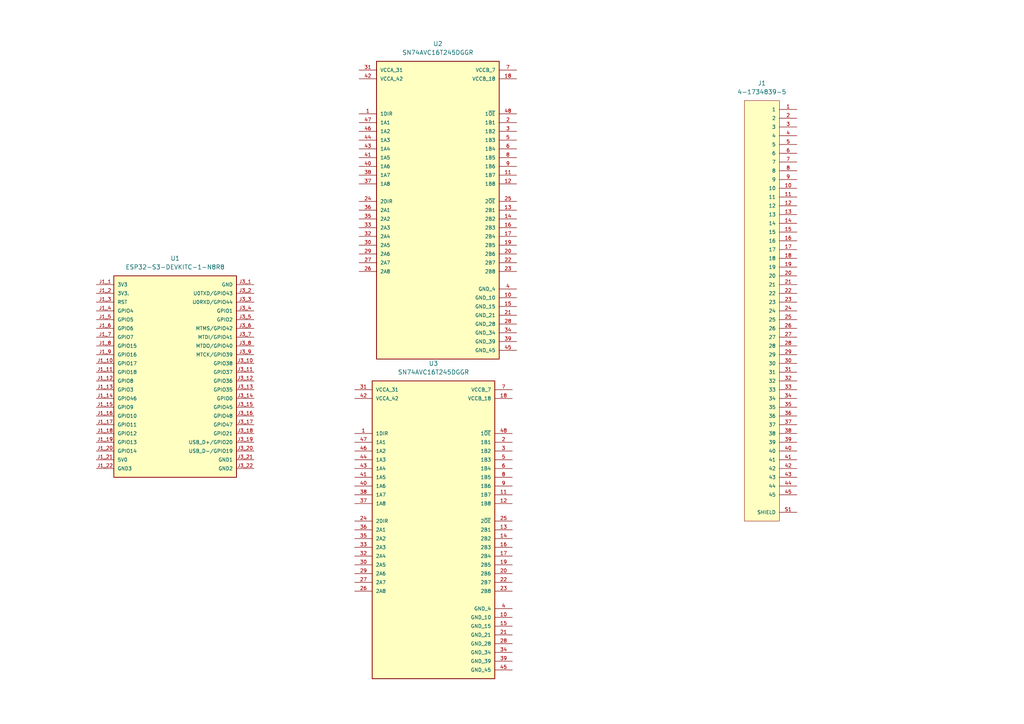
<source format=kicad_sch>
(kicad_sch (version 20250114) (generator "eeschema") (generator_version "9.0")
  (paper "A4")
  (lib_symbols
    (symbol "ESP32-S3-DEVKITC-1-N8R8:ESP32-S3-DEVKITC-1-N8R8" (pin_names (offset 1.016))
      (property "Reference" "U" (at -17.78 35.56 0))
      (property "Value" "ESP32-S3-DEVKITC-1-N8R8" (at -17.78 -27.94 0))
      (symbol "ESP32-S3-DEVKITC-1-N8R8_0_0"
        (rectangle (start -17.78 -25.4) (end 17.78 33.02) (stroke (width 0.254)) (fill (type background)))
        (pin power_in line (at -22.86 30.48 0) (length 5.08) (name "3V3") (number "J1_1"))
        (pin power_in line (at -22.86 27.94 0) (length 5.08) (name "3V3.") (number "J1_2"))
        (pin input line (at -22.86 25.4 0) (length 5.08) (name "RST") (number "J1_3"))
        (pin bidirectional line (at -22.86 22.86 0) (length 5.08) (name "GPIO4") (number "J1_4"))
        (pin bidirectional line (at -22.86 20.32 0) (length 5.08) (name "GPIO5") (number "J1_5"))
        (pin bidirectional line (at -22.86 17.78 0) (length 5.08) (name "GPIO6") (number "J1_6"))
        (pin bidirectional line (at -22.86 15.24 0) (length 5.08) (name "GPIO7") (number "J1_7"))
        (pin bidirectional line (at -22.86 12.7 0) (length 5.08) (name "GPIO15") (number "J1_8"))
        (pin bidirectional line (at -22.86 10.16 0) (length 5.08) (name "GPIO16") (number "J1_9"))
        (pin bidirectional line (at -22.86 7.62 0) (length 5.08) (name "GPIO17") (number "J1_10"))
        (pin bidirectional line (at -22.86 5.08 0) (length 5.08) (name "GPIO18") (number "J1_11"))
        (pin bidirectional line (at -22.86 2.54 0) (length 5.08) (name "GPIO8") (number "J1_12"))
        (pin bidirectional line (at -22.86 0 0) (length 5.08) (name "GPIO3") (number "J1_13"))
        (pin bidirectional line (at -22.86 -2.54 0) (length 5.08) (name "GPIO46") (number "J1_14"))
        (pin bidirectional line (at -22.86 -5.08 0) (length 5.08) (name "GPIO9") (number "J1_15"))
        (pin bidirectional line (at -22.86 -7.62 0) (length 5.08) (name "GPIO10") (number "J1_16"))
        (pin bidirectional line (at -22.86 -10.16 0) (length 5.08) (name "GPIO11") (number "J1_17"))
        (pin bidirectional line (at -22.86 -12.7 0) (length 5.08) (name "GPIO12") (number "J1_18"))
        (pin bidirectional line (at -22.86 -15.24 0) (length 5.08) (name "GPIO13") (number "J1_19"))
        (pin bidirectional line (at -22.86 -17.78 0) (length 5.08) (name "GPIO14") (number "J1_20"))
        (pin power_in line (at -22.86 -20.32 0) (length 5.08) (name "5V0") (number "J1_21"))
        (pin power_in line (at -22.86 -22.86 0) (length 5.08) (name "GND3") (number "J1_22"))
        (pin power_in line (at 22.86 30.48 180) (length 5.08) (name "GND") (number "J3_1"))
        (pin bidirectional line (at 22.86 27.94 180) (length 5.08) (name "U0TXD/GPIO43") (number "J3_2"))
        (pin bidirectional line (at 22.86 25.4 180) (length 5.08) (name "U0RXD/GPIO44") (number "J3_3"))
        (pin bidirectional line (at 22.86 22.86 180) (length 5.08) (name "GPIO1") (number "J3_4"))
        (pin bidirectional line (at 22.86 20.32 180) (length 5.08) (name "GPIO2") (number "J3_5"))
        (pin bidirectional line (at 22.86 17.78 180) (length 5.08) (name "MTMS/GPIO42") (number "J3_6"))
        (pin bidirectional line (at 22.86 15.24 180) (length 5.08) (name "MTDI/GPIO41") (number "J3_7"))
        (pin bidirectional line (at 22.86 12.7 180) (length 5.08) (name "MTDO/GPIO40") (number "J3_8"))
        (pin bidirectional line (at 22.86 10.16 180) (length 5.08) (name "MTCK/GPIO39") (number "J3_9"))
        (pin bidirectional line (at 22.86 7.62 180) (length 5.08) (name "GPIO38") (number "J3_10"))
        (pin bidirectional line (at 22.86 5.08 180) (length 5.08) (name "GPIO37") (number "J3_11"))
        (pin bidirectional line (at 22.86 2.54 180) (length 5.08) (name "GPIO36") (number "J3_12"))
        (pin bidirectional line (at 22.86 0 180) (length 5.08) (name "GPIO35") (number "J3_13"))
        (pin bidirectional line (at 22.86 -2.54 180) (length 5.08) (name "GPIO0") (number "J3_14"))
        (pin bidirectional line (at 22.86 -5.08 180) (length 5.08) (name "GPIO45") (number "J3_15"))
        (pin bidirectional line (at 22.86 -7.62 180) (length 5.08) (name "GPIO48") (number "J3_16"))
        (pin bidirectional line (at 22.86 -10.16 180) (length 5.08) (name "GPIO47") (number "J3_17"))
        (pin bidirectional line (at 22.86 -12.7 180) (length 5.08) (name "GPIO21") (number "J3_18"))
        (pin bidirectional line (at 22.86 -15.24 180) (length 5.08) (name "USB_D+/GPIO20") (number "J3_19"))
        (pin bidirectional line (at 22.86 -17.78 180) (length 5.08) (name "USB_D-/GPIO19") (number "J3_20"))
        (pin power_in line (at 22.86 -20.32 180) (length 5.08) (name "GND1") (number "J3_21"))
        (pin power_in line (at 22.86 -22.86 180) (length 5.08) (name "GND2") (number "J3_22"))
      )
    )
    (symbol "FPC-CON-45PIN-0.5MM:4-1734839-5" (pin_names (offset 1.016))
      (property "Reference" "J" (at -5.0888 59.0256 0))
      (property "Value" "4-1734839-5" (at -5.3569 -66.0466 0))
      (symbol "4-1734839-5_0_0"
        (rectangle (start -5.08 -63.5) (end 5.08 58.42) (stroke (width 0.127)) (fill (type background)))
        (pin passive line (at 10.16 55.88 180) (length 5.08) (name "1") (number "1"))
        (pin passive line (at 10.16 53.34 180) (length 5.08) (name "2") (number "2"))
        (pin passive line (at 10.16 50.8 180) (length 5.08) (name "3") (number "3"))
        (pin passive line (at 10.16 48.26 180) (length 5.08) (name "4") (number "4"))
        (pin passive line (at 10.16 45.72 180) (length 5.08) (name "5") (number "5"))
        (pin passive line (at 10.16 43.18 180) (length 5.08) (name "6") (number "6"))
        (pin passive line (at 10.16 40.64 180) (length 5.08) (name "7") (number "7"))
        (pin passive line (at 10.16 38.1 180) (length 5.08) (name "8") (number "8"))
        (pin passive line (at 10.16 35.56 180) (length 5.08) (name "9") (number "9"))
        (pin passive line (at 10.16 33.02 180) (length 5.08) (name "10") (number "10"))
        (pin passive line (at 10.16 30.48 180) (length 5.08) (name "11") (number "11"))
        (pin passive line (at 10.16 27.94 180) (length 5.08) (name "12") (number "12"))
        (pin passive line (at 10.16 25.4 180) (length 5.08) (name "13") (number "13"))
        (pin passive line (at 10.16 22.86 180) (length 5.08) (name "14") (number "14"))
        (pin passive line (at 10.16 20.32 180) (length 5.08) (name "15") (number "15"))
        (pin passive line (at 10.16 17.78 180) (length 5.08) (name "16") (number "16"))
        (pin passive line (at 10.16 15.24 180) (length 5.08) (name "17") (number "17"))
        (pin passive line (at 10.16 12.7 180) (length 5.08) (name "18") (number "18"))
        (pin passive line (at 10.16 10.16 180) (length 5.08) (name "19") (number "19"))
        (pin passive line (at 10.16 7.62 180) (length 5.08) (name "20") (number "20"))
        (pin passive line (at 10.16 5.08 180) (length 5.08) (name "21") (number "21"))
        (pin passive line (at 10.16 2.54 180) (length 5.08) (name "22") (number "22"))
        (pin passive line (at 10.16 0 180) (length 5.08) (name "23") (number "23"))
        (pin passive line (at 10.16 -2.54 180) (length 5.08) (name "24") (number "24"))
        (pin passive line (at 10.16 -5.08 180) (length 5.08) (name "25") (number "25"))
        (pin passive line (at 10.16 -7.62 180) (length 5.08) (name "26") (number "26"))
        (pin passive line (at 10.16 -10.16 180) (length 5.08) (name "27") (number "27"))
        (pin passive line (at 10.16 -12.7 180) (length 5.08) (name "28") (number "28"))
        (pin passive line (at 10.16 -15.24 180) (length 5.08) (name "29") (number "29"))
        (pin passive line (at 10.16 -17.78 180) (length 5.08) (name "30") (number "30"))
        (pin passive line (at 10.16 -20.32 180) (length 5.08) (name "31") (number "31"))
        (pin passive line (at 10.16 -22.86 180) (length 5.08) (name "32") (number "32"))
        (pin passive line (at 10.16 -25.4 180) (length 5.08) (name "33") (number "33"))
        (pin passive line (at 10.16 -27.94 180) (length 5.08) (name "34") (number "34"))
        (pin passive line (at 10.16 -30.48 180) (length 5.08) (name "35") (number "35"))
        (pin passive line (at 10.16 -33.02 180) (length 5.08) (name "36") (number "36"))
        (pin passive line (at 10.16 -35.56 180) (length 5.08) (name "37") (number "37"))
        (pin passive line (at 10.16 -38.1 180) (length 5.08) (name "38") (number "38"))
        (pin passive line (at 10.16 -40.64 180) (length 5.08) (name "39") (number "39"))
        (pin passive line (at 10.16 -43.18 180) (length 5.08) (name "40") (number "40"))
        (pin passive line (at 10.16 -45.72 180) (length 5.08) (name "41") (number "41"))
        (pin passive line (at 10.16 -48.26 180) (length 5.08) (name "42") (number "42"))
        (pin passive line (at 10.16 -50.8 180) (length 5.08) (name "43") (number "43"))
        (pin passive line (at 10.16 -53.34 180) (length 5.08) (name "44") (number "44"))
        (pin passive line (at 10.16 -55.88 180) (length 5.08) (name "45") (number "45"))
        (pin passive line (at 10.16 -60.96 180) (length 5.08) (name "SHIELD") (number "S1"))
        (pin passive line (at 10.16 -60.96 180) (length 5.08) (hide yes) (name "SHIELD") (number "S2"))
      )
    )
    (symbol "SN74AVC16T245DGGR:SN74AVC16T245DGGR" (pin_names (offset 1.016))
      (property "Reference" "U" (at -17.78 44.45 0))
      (property "Value" "SN74AVC16T245DGGR" (at -17.78 -44.45 0))
      (symbol "SN74AVC16T245DGGR_0_0"
        (rectangle (start -17.78 -43.18) (end 17.78 43.18) (stroke (width 0.254)) (fill (type background)))
        (pin power_in line (at -22.86 40.64 0) (length 5.08) (name "VCCA_31") (number "31"))
        (pin power_in line (at -22.86 38.1 0) (length 5.08) (name "VCCA_42") (number "42"))
        (pin input line (at -22.86 27.94 0) (length 5.08) (name "1DIR") (number "1"))
        (pin bidirectional line (at -22.86 25.4 0) (length 5.08) (name "1A1") (number "47"))
        (pin bidirectional line (at -22.86 22.86 0) (length 5.08) (name "1A2") (number "46"))
        (pin bidirectional line (at -22.86 20.32 0) (length 5.08) (name "1A3") (number "44"))
        (pin bidirectional line (at -22.86 17.78 0) (length 5.08) (name "1A4") (number "43"))
        (pin bidirectional line (at -22.86 15.24 0) (length 5.08) (name "1A5") (number "41"))
        (pin bidirectional line (at -22.86 12.7 0) (length 5.08) (name "1A6") (number "40"))
        (pin bidirectional line (at -22.86 10.16 0) (length 5.08) (name "1A7") (number "38"))
        (pin bidirectional line (at -22.86 7.62 0) (length 5.08) (name "1A8") (number "37"))
        (pin input line (at -22.86 2.54 0) (length 5.08) (name "2DIR") (number "24"))
        (pin bidirectional line (at -22.86 0 0) (length 5.08) (name "2A1") (number "36"))
        (pin bidirectional line (at -22.86 -2.54 0) (length 5.08) (name "2A2") (number "35"))
        (pin bidirectional line (at -22.86 -5.08 0) (length 5.08) (name "2A3") (number "33"))
        (pin bidirectional line (at -22.86 -7.62 0) (length 5.08) (name "2A4") (number "32"))
        (pin bidirectional line (at -22.86 -10.16 0) (length 5.08) (name "2A5") (number "30"))
        (pin bidirectional line (at -22.86 -12.7 0) (length 5.08) (name "2A6") (number "29"))
        (pin bidirectional line (at -22.86 -15.24 0) (length 5.08) (name "2A7") (number "27"))
        (pin bidirectional line (at -22.86 -17.78 0) (length 5.08) (name "2A8") (number "26"))
        (pin power_in line (at 22.86 40.64 180) (length 5.08) (name "VCCB_7") (number "7"))
        (pin power_in line (at 22.86 38.1 180) (length 5.08) (name "VCCB_18") (number "18"))
        (pin input line (at 22.86 27.94 180) (length 5.08) (name "1~{OE}") (number "48"))
        (pin bidirectional line (at 22.86 25.4 180) (length 5.08) (name "1B1") (number "2"))
        (pin bidirectional line (at 22.86 22.86 180) (length 5.08) (name "1B2") (number "3"))
        (pin bidirectional line (at 22.86 20.32 180) (length 5.08) (name "1B3") (number "5"))
        (pin bidirectional line (at 22.86 17.78 180) (length 5.08) (name "1B4") (number "6"))
        (pin bidirectional line (at 22.86 15.24 180) (length 5.08) (name "1B5") (number "8"))
        (pin bidirectional line (at 22.86 12.7 180) (length 5.08) (name "1B6") (number "9"))
        (pin bidirectional line (at 22.86 10.16 180) (length 5.08) (name "1B7") (number "11"))
        (pin bidirectional line (at 22.86 7.62 180) (length 5.08) (name "1B8") (number "12"))
        (pin input line (at 22.86 2.54 180) (length 5.08) (name "2~{OE}") (number "25"))
        (pin bidirectional line (at 22.86 0 180) (length 5.08) (name "2B1") (number "13"))
        (pin bidirectional line (at 22.86 -2.54 180) (length 5.08) (name "2B2") (number "14"))
        (pin bidirectional line (at 22.86 -5.08 180) (length 5.08) (name "2B3") (number "16"))
        (pin bidirectional line (at 22.86 -7.62 180) (length 5.08) (name "2B4") (number "17"))
        (pin bidirectional line (at 22.86 -10.16 180) (length 5.08) (name "2B5") (number "19"))
        (pin bidirectional line (at 22.86 -12.7 180) (length 5.08) (name "2B6") (number "20"))
        (pin bidirectional line (at 22.86 -15.24 180) (length 5.08) (name "2B7") (number "22"))
        (pin bidirectional line (at 22.86 -17.78 180) (length 5.08) (name "2B8") (number "23"))
        (pin power_in line (at 22.86 -22.86 180) (length 5.08) (name "GND_4") (number "4"))
        (pin power_in line (at 22.86 -25.4 180) (length 5.08) (name "GND_10") (number "10"))
        (pin power_in line (at 22.86 -27.94 180) (length 5.08) (name "GND_15") (number "15"))
        (pin power_in line (at 22.86 -30.48 180) (length 5.08) (name "GND_21") (number "21"))
        (pin power_in line (at 22.86 -33.02 180) (length 5.08) (name "GND_28") (number "28"))
        (pin power_in line (at 22.86 -35.56 180) (length 5.08) (name "GND_34") (number "34"))
        (pin power_in line (at 22.86 -38.1 180) (length 5.08) (name "GND_39") (number "39"))
        (pin power_in line (at 22.86 -40.64 180) (length 5.08) (name "GND_45") (number "45"))
      )
    )
  )
  (symbol (lib_id "SN74AVC16T245DGGR:SN74AVC16T245DGGR") (at 125.73 153.67 0) (unit 1)
    (property "Reference" "U3" (at 125.73 105.41 0))
    (property "Value" "SN74AVC16T245DGGR" (at 125.73 107.95 0))
    (property "Footprint" "SN74AVC16T245DGGR:SOP50P810X120-48N" (effects (hide yes)))
    (property "DigiKey_Part_Number" "296-18197-1-ND" (effects (hide yes)))
    (property "SnapEDA_Link" "https://www.snapeda.com/parts/SN74AVC16T245DGGR/Texas+Instruments/view-part/?ref=snap" (effects (hide yes)))
    (property "MAXIMUM_PACKAGE_HEIGHT" "1.20 mm" (effects (hide yes)))
    (property "Package" "TSSOP-48 Texas Instruments" (effects (hide yes)))
    (property "Check_prices" "https://www.snapeda.com/parts/SN74AVC16T245DGGR/Texas+Instruments/view-part/?ref=eda" (effects (hide yes)))
    (property "STANDARD" "Manufacturer Recommendations" (effects (hide yes)))
    (property "PARTREV" "E" (effects (hide yes)))
    (property "MF" "Texas Instruments" (effects (hide yes)))
    (property "MP" "SN74AVC16T245DGGR" (effects (hide yes)))
    (property "Description_1" "16-Bit Dual-Supply Bus Transceiver with Configurable Voltage-Level Shifting and 3-State Outputs" (effects (hide yes)))
    (property "MANUFACTURER" "Texas Instruments" (effects (hide yes)))
  )
  (symbol (lib_id "FPC-CON-45PIN-0.5MM:4-1734839-5") (at 220.98 87.63 0) (unit 1)
    (property "Reference" "J1" (at 220.98 24.13 0))
    (property "Value" "4-1734839-5" (at 220.98 26.67 0))
    (property "Footprint" "4-1734839-5:TE_4-1734839-5" (effects (hide yes)))
    (property "Comment" "4-1734839-5" (effects (hide yes)))
    (property "DigiKey_Part_Number" "2266-4-1734839-5TR-ND" (effects (hide yes)))
    (property "MF" "TE Connectivity" (effects (hide yes)))
    (property "Purchase-URL" "https://www.snapeda.com/api/url_track_click_mouser/?unipart_id=2382752&manufacturer=TE Connectivity&part_name=4-1734839-5&search_term=None" (effects (hide yes)))
    (property "Package" "None" (effects (hide yes)))
    (property "Check_prices" "https://www.snapeda.com/parts/4-1734839-5/TE+Connectivity+AMP+Connectors/view-part/?ref=eda" (effects (hide yes)))
    (property "STANDARD" "Manufacturer Recommendations" (effects (hide yes)))
    (property "PARTREV" "C" (effects (hide yes)))
    (property "SnapEDA_Link" "https://www.snapeda.com/parts/4-1734839-5/TE+Connectivity+AMP+Connectors/view-part/?ref=snap" (effects (hide yes)))
    (property "MP" "4-1734839-5" (effects (hide yes)))
    (property "EU_RoHS_Compliance" "Compliant" (effects (hide yes)))
    (property "Description_1" "Conn FPC Connector SKT 45 POS 0.5mm Solder RA SMD T/R" (effects (hide yes)))
    (property "MANUFACTURER" "TE Connectivity" (effects (hide yes)))
  )
  (symbol (lib_id "SN74AVC16T245DGGR:SN74AVC16T245DGGR") (at 127 60.96 0) (unit 1)
    (property "Reference" "U2" (at 127 12.7 0))
    (property "Value" "SN74AVC16T245DGGR" (at 127 15.24 0))
    (property "Footprint" "SN74AVC16T245DGGR:SOP50P810X120-48N" (effects (hide yes)))
    (property "DigiKey_Part_Number" "296-18197-1-ND" (effects (hide yes)))
    (property "SnapEDA_Link" "https://www.snapeda.com/parts/SN74AVC16T245DGGR/Texas+Instruments/view-part/?ref=snap" (effects (hide yes)))
    (property "MAXIMUM_PACKAGE_HEIGHT" "1.20 mm" (effects (hide yes)))
    (property "Package" "TSSOP-48 Texas Instruments" (effects (hide yes)))
    (property "Check_prices" "https://www.snapeda.com/parts/SN74AVC16T245DGGR/Texas+Instruments/view-part/?ref=eda" (effects (hide yes)))
    (property "STANDARD" "Manufacturer Recommendations" (effects (hide yes)))
    (property "PARTREV" "E" (effects (hide yes)))
    (property "MF" "Texas Instruments" (effects (hide yes)))
    (property "MP" "SN74AVC16T245DGGR" (effects (hide yes)))
    (property "Description_1" "16-Bit Dual-Supply Bus Transceiver with Configurable Voltage-Level Shifting and 3-State Outputs" (effects (hide yes)))
    (property "MANUFACTURER" "Texas Instruments" (effects (hide yes)))
  )
  (symbol (lib_id "ESP32-S3-DEVKITC-1-N8R8:ESP32-S3-DEVKITC-1-N8R8") (at 50.8 113.03 0) (unit 1)
    (property "Reference" "U1" (at 50.8 74.93 0))
    (property "Value" "ESP32-S3-DEVKITC-1-N8R8" (at 50.8 77.47 0))
    (property "Footprint" "ESP32-S3-DEVKITC-1-N8R8:ESP32-S3-DEVKITC-1-N8R8" (effects (hide yes)))
    (property "DigiKey_Part_Number" "1965-ESP32-S3-DEVKITC-1-N8R8-ND" (effects (hide yes)))
    (property "MF" "Espressif Systems" (effects (hide yes)))
    (property "Purchase-URL" "https://www.snapeda.com/api/url_track_click_mouser/?unipart_id=8940048&manufacturer=Espressif Systems&part_name=ESP32-S3-DEVKITC-1-N8R8&search_term=esp32s3 devkitc 1u" (effects (hide yes)))
    (property "Package" "None" (effects (hide yes)))
    (property "SnapEDA_Link" "https://www.snapeda.com/parts/ESP32-S3-DEVKITC-1-N8R8/Espressif+Systems/view-part/?ref=snap" (effects (hide yes)))
    (property "MP" "ESP32-S3-DEVKITC-1-N8R8" (effects (hide yes)))
    (property "Description_1" "The ESP32-S3-DEVKITC-1-N8R8 from Espressif Systems is a development board designed for RF, RFID, and wireless applications. It supports 802.11 b/g/n Wi-Fi and Bluetooth® 5.x (BLE) connectivity at 2.4GHz, making it ideal for IoT and wireless communication projects. This board is powered by the ESP32-S3-WROOM-1-N8R8 module, which features 8MB Quad SPI Flash and 8MB Octal SPI for efficient memory storage and processing." (effects (hide yes)))
    (property "Check_prices" "https://www.snapeda.com/parts/ESP32-S3-DEVKITC-1-N8R8/Espressif+Systems/view-part/?ref=eda" (effects (hide yes)))
  )
)
</source>
